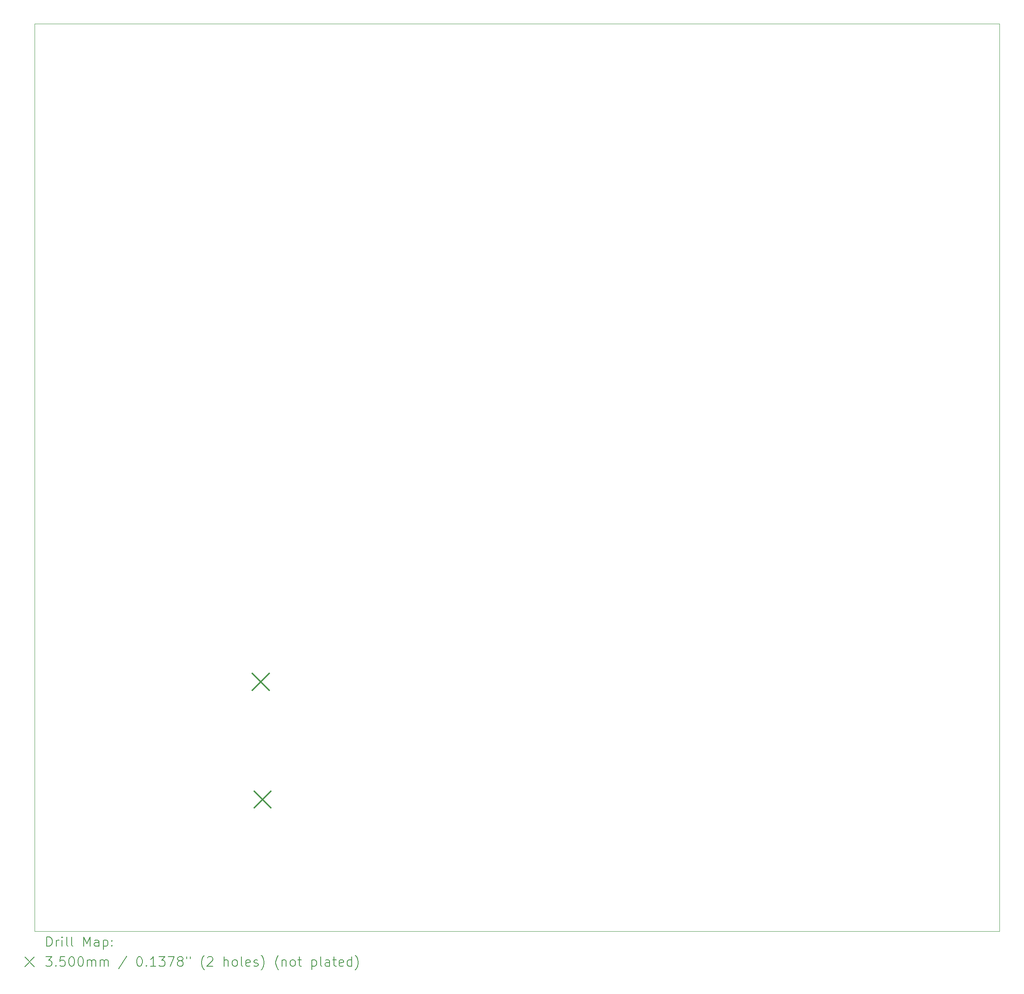
<source format=gbr>
%TF.GenerationSoftware,KiCad,Pcbnew,7.0.10-7.0.10~ubuntu22.04.1*%
%TF.CreationDate,2024-02-02T11:32:49-05:00*%
%TF.ProjectId,sys11c-power-supply,73797331-3163-42d7-906f-7765722d7375,1.0*%
%TF.SameCoordinates,Original*%
%TF.FileFunction,Drillmap*%
%TF.FilePolarity,Positive*%
%FSLAX45Y45*%
G04 Gerber Fmt 4.5, Leading zero omitted, Abs format (unit mm)*
G04 Created by KiCad (PCBNEW 7.0.10-7.0.10~ubuntu22.04.1) date 2024-02-02 11:32:49*
%MOMM*%
%LPD*%
G01*
G04 APERTURE LIST*
%ADD10C,0.100000*%
%ADD11C,0.200000*%
%ADD12C,0.350000*%
G04 APERTURE END LIST*
D10*
X7134860Y-3294380D02*
X27434860Y-3294380D01*
X27434860Y-22394380D01*
X7134860Y-22394380D01*
X7134860Y-3294380D01*
D11*
D12*
X11718500Y-16970000D02*
X12068500Y-17320000D01*
X12068500Y-16970000D02*
X11718500Y-17320000D01*
X11754060Y-19446500D02*
X12104060Y-19796500D01*
X12104060Y-19446500D02*
X11754060Y-19796500D01*
D11*
X7390637Y-22710864D02*
X7390637Y-22510864D01*
X7390637Y-22510864D02*
X7438256Y-22510864D01*
X7438256Y-22510864D02*
X7466827Y-22520388D01*
X7466827Y-22520388D02*
X7485875Y-22539435D01*
X7485875Y-22539435D02*
X7495399Y-22558483D01*
X7495399Y-22558483D02*
X7504922Y-22596578D01*
X7504922Y-22596578D02*
X7504922Y-22625149D01*
X7504922Y-22625149D02*
X7495399Y-22663245D01*
X7495399Y-22663245D02*
X7485875Y-22682292D01*
X7485875Y-22682292D02*
X7466827Y-22701340D01*
X7466827Y-22701340D02*
X7438256Y-22710864D01*
X7438256Y-22710864D02*
X7390637Y-22710864D01*
X7590637Y-22710864D02*
X7590637Y-22577530D01*
X7590637Y-22615626D02*
X7600161Y-22596578D01*
X7600161Y-22596578D02*
X7609684Y-22587054D01*
X7609684Y-22587054D02*
X7628732Y-22577530D01*
X7628732Y-22577530D02*
X7647780Y-22577530D01*
X7714446Y-22710864D02*
X7714446Y-22577530D01*
X7714446Y-22510864D02*
X7704922Y-22520388D01*
X7704922Y-22520388D02*
X7714446Y-22529911D01*
X7714446Y-22529911D02*
X7723970Y-22520388D01*
X7723970Y-22520388D02*
X7714446Y-22510864D01*
X7714446Y-22510864D02*
X7714446Y-22529911D01*
X7838256Y-22710864D02*
X7819208Y-22701340D01*
X7819208Y-22701340D02*
X7809684Y-22682292D01*
X7809684Y-22682292D02*
X7809684Y-22510864D01*
X7943018Y-22710864D02*
X7923970Y-22701340D01*
X7923970Y-22701340D02*
X7914446Y-22682292D01*
X7914446Y-22682292D02*
X7914446Y-22510864D01*
X8171589Y-22710864D02*
X8171589Y-22510864D01*
X8171589Y-22510864D02*
X8238256Y-22653721D01*
X8238256Y-22653721D02*
X8304922Y-22510864D01*
X8304922Y-22510864D02*
X8304922Y-22710864D01*
X8485875Y-22710864D02*
X8485875Y-22606102D01*
X8485875Y-22606102D02*
X8476351Y-22587054D01*
X8476351Y-22587054D02*
X8457304Y-22577530D01*
X8457304Y-22577530D02*
X8419208Y-22577530D01*
X8419208Y-22577530D02*
X8400161Y-22587054D01*
X8485875Y-22701340D02*
X8466827Y-22710864D01*
X8466827Y-22710864D02*
X8419208Y-22710864D01*
X8419208Y-22710864D02*
X8400161Y-22701340D01*
X8400161Y-22701340D02*
X8390637Y-22682292D01*
X8390637Y-22682292D02*
X8390637Y-22663245D01*
X8390637Y-22663245D02*
X8400161Y-22644197D01*
X8400161Y-22644197D02*
X8419208Y-22634673D01*
X8419208Y-22634673D02*
X8466827Y-22634673D01*
X8466827Y-22634673D02*
X8485875Y-22625149D01*
X8581113Y-22577530D02*
X8581113Y-22777530D01*
X8581113Y-22587054D02*
X8600161Y-22577530D01*
X8600161Y-22577530D02*
X8638256Y-22577530D01*
X8638256Y-22577530D02*
X8657304Y-22587054D01*
X8657304Y-22587054D02*
X8666827Y-22596578D01*
X8666827Y-22596578D02*
X8676351Y-22615626D01*
X8676351Y-22615626D02*
X8676351Y-22672768D01*
X8676351Y-22672768D02*
X8666827Y-22691816D01*
X8666827Y-22691816D02*
X8657304Y-22701340D01*
X8657304Y-22701340D02*
X8638256Y-22710864D01*
X8638256Y-22710864D02*
X8600161Y-22710864D01*
X8600161Y-22710864D02*
X8581113Y-22701340D01*
X8762065Y-22691816D02*
X8771589Y-22701340D01*
X8771589Y-22701340D02*
X8762065Y-22710864D01*
X8762065Y-22710864D02*
X8752542Y-22701340D01*
X8752542Y-22701340D02*
X8762065Y-22691816D01*
X8762065Y-22691816D02*
X8762065Y-22710864D01*
X8762065Y-22587054D02*
X8771589Y-22596578D01*
X8771589Y-22596578D02*
X8762065Y-22606102D01*
X8762065Y-22606102D02*
X8752542Y-22596578D01*
X8752542Y-22596578D02*
X8762065Y-22587054D01*
X8762065Y-22587054D02*
X8762065Y-22606102D01*
X6929860Y-22939380D02*
X7129860Y-23139380D01*
X7129860Y-22939380D02*
X6929860Y-23139380D01*
X7371589Y-22930864D02*
X7495399Y-22930864D01*
X7495399Y-22930864D02*
X7428732Y-23007054D01*
X7428732Y-23007054D02*
X7457303Y-23007054D01*
X7457303Y-23007054D02*
X7476351Y-23016578D01*
X7476351Y-23016578D02*
X7485875Y-23026102D01*
X7485875Y-23026102D02*
X7495399Y-23045149D01*
X7495399Y-23045149D02*
X7495399Y-23092768D01*
X7495399Y-23092768D02*
X7485875Y-23111816D01*
X7485875Y-23111816D02*
X7476351Y-23121340D01*
X7476351Y-23121340D02*
X7457303Y-23130864D01*
X7457303Y-23130864D02*
X7400161Y-23130864D01*
X7400161Y-23130864D02*
X7381113Y-23121340D01*
X7381113Y-23121340D02*
X7371589Y-23111816D01*
X7581113Y-23111816D02*
X7590637Y-23121340D01*
X7590637Y-23121340D02*
X7581113Y-23130864D01*
X7581113Y-23130864D02*
X7571589Y-23121340D01*
X7571589Y-23121340D02*
X7581113Y-23111816D01*
X7581113Y-23111816D02*
X7581113Y-23130864D01*
X7771589Y-22930864D02*
X7676351Y-22930864D01*
X7676351Y-22930864D02*
X7666827Y-23026102D01*
X7666827Y-23026102D02*
X7676351Y-23016578D01*
X7676351Y-23016578D02*
X7695399Y-23007054D01*
X7695399Y-23007054D02*
X7743018Y-23007054D01*
X7743018Y-23007054D02*
X7762065Y-23016578D01*
X7762065Y-23016578D02*
X7771589Y-23026102D01*
X7771589Y-23026102D02*
X7781113Y-23045149D01*
X7781113Y-23045149D02*
X7781113Y-23092768D01*
X7781113Y-23092768D02*
X7771589Y-23111816D01*
X7771589Y-23111816D02*
X7762065Y-23121340D01*
X7762065Y-23121340D02*
X7743018Y-23130864D01*
X7743018Y-23130864D02*
X7695399Y-23130864D01*
X7695399Y-23130864D02*
X7676351Y-23121340D01*
X7676351Y-23121340D02*
X7666827Y-23111816D01*
X7904922Y-22930864D02*
X7923970Y-22930864D01*
X7923970Y-22930864D02*
X7943018Y-22940388D01*
X7943018Y-22940388D02*
X7952542Y-22949911D01*
X7952542Y-22949911D02*
X7962065Y-22968959D01*
X7962065Y-22968959D02*
X7971589Y-23007054D01*
X7971589Y-23007054D02*
X7971589Y-23054673D01*
X7971589Y-23054673D02*
X7962065Y-23092768D01*
X7962065Y-23092768D02*
X7952542Y-23111816D01*
X7952542Y-23111816D02*
X7943018Y-23121340D01*
X7943018Y-23121340D02*
X7923970Y-23130864D01*
X7923970Y-23130864D02*
X7904922Y-23130864D01*
X7904922Y-23130864D02*
X7885875Y-23121340D01*
X7885875Y-23121340D02*
X7876351Y-23111816D01*
X7876351Y-23111816D02*
X7866827Y-23092768D01*
X7866827Y-23092768D02*
X7857303Y-23054673D01*
X7857303Y-23054673D02*
X7857303Y-23007054D01*
X7857303Y-23007054D02*
X7866827Y-22968959D01*
X7866827Y-22968959D02*
X7876351Y-22949911D01*
X7876351Y-22949911D02*
X7885875Y-22940388D01*
X7885875Y-22940388D02*
X7904922Y-22930864D01*
X8095399Y-22930864D02*
X8114446Y-22930864D01*
X8114446Y-22930864D02*
X8133494Y-22940388D01*
X8133494Y-22940388D02*
X8143018Y-22949911D01*
X8143018Y-22949911D02*
X8152542Y-22968959D01*
X8152542Y-22968959D02*
X8162065Y-23007054D01*
X8162065Y-23007054D02*
X8162065Y-23054673D01*
X8162065Y-23054673D02*
X8152542Y-23092768D01*
X8152542Y-23092768D02*
X8143018Y-23111816D01*
X8143018Y-23111816D02*
X8133494Y-23121340D01*
X8133494Y-23121340D02*
X8114446Y-23130864D01*
X8114446Y-23130864D02*
X8095399Y-23130864D01*
X8095399Y-23130864D02*
X8076351Y-23121340D01*
X8076351Y-23121340D02*
X8066827Y-23111816D01*
X8066827Y-23111816D02*
X8057303Y-23092768D01*
X8057303Y-23092768D02*
X8047780Y-23054673D01*
X8047780Y-23054673D02*
X8047780Y-23007054D01*
X8047780Y-23007054D02*
X8057303Y-22968959D01*
X8057303Y-22968959D02*
X8066827Y-22949911D01*
X8066827Y-22949911D02*
X8076351Y-22940388D01*
X8076351Y-22940388D02*
X8095399Y-22930864D01*
X8247780Y-23130864D02*
X8247780Y-22997530D01*
X8247780Y-23016578D02*
X8257303Y-23007054D01*
X8257303Y-23007054D02*
X8276351Y-22997530D01*
X8276351Y-22997530D02*
X8304923Y-22997530D01*
X8304923Y-22997530D02*
X8323970Y-23007054D01*
X8323970Y-23007054D02*
X8333494Y-23026102D01*
X8333494Y-23026102D02*
X8333494Y-23130864D01*
X8333494Y-23026102D02*
X8343018Y-23007054D01*
X8343018Y-23007054D02*
X8362065Y-22997530D01*
X8362065Y-22997530D02*
X8390637Y-22997530D01*
X8390637Y-22997530D02*
X8409685Y-23007054D01*
X8409685Y-23007054D02*
X8419208Y-23026102D01*
X8419208Y-23026102D02*
X8419208Y-23130864D01*
X8514446Y-23130864D02*
X8514446Y-22997530D01*
X8514446Y-23016578D02*
X8523970Y-23007054D01*
X8523970Y-23007054D02*
X8543018Y-22997530D01*
X8543018Y-22997530D02*
X8571589Y-22997530D01*
X8571589Y-22997530D02*
X8590637Y-23007054D01*
X8590637Y-23007054D02*
X8600161Y-23026102D01*
X8600161Y-23026102D02*
X8600161Y-23130864D01*
X8600161Y-23026102D02*
X8609685Y-23007054D01*
X8609685Y-23007054D02*
X8628732Y-22997530D01*
X8628732Y-22997530D02*
X8657304Y-22997530D01*
X8657304Y-22997530D02*
X8676351Y-23007054D01*
X8676351Y-23007054D02*
X8685875Y-23026102D01*
X8685875Y-23026102D02*
X8685875Y-23130864D01*
X9076351Y-22921340D02*
X8904923Y-23178483D01*
X9333494Y-22930864D02*
X9352542Y-22930864D01*
X9352542Y-22930864D02*
X9371589Y-22940388D01*
X9371589Y-22940388D02*
X9381113Y-22949911D01*
X9381113Y-22949911D02*
X9390637Y-22968959D01*
X9390637Y-22968959D02*
X9400161Y-23007054D01*
X9400161Y-23007054D02*
X9400161Y-23054673D01*
X9400161Y-23054673D02*
X9390637Y-23092768D01*
X9390637Y-23092768D02*
X9381113Y-23111816D01*
X9381113Y-23111816D02*
X9371589Y-23121340D01*
X9371589Y-23121340D02*
X9352542Y-23130864D01*
X9352542Y-23130864D02*
X9333494Y-23130864D01*
X9333494Y-23130864D02*
X9314447Y-23121340D01*
X9314447Y-23121340D02*
X9304923Y-23111816D01*
X9304923Y-23111816D02*
X9295399Y-23092768D01*
X9295399Y-23092768D02*
X9285875Y-23054673D01*
X9285875Y-23054673D02*
X9285875Y-23007054D01*
X9285875Y-23007054D02*
X9295399Y-22968959D01*
X9295399Y-22968959D02*
X9304923Y-22949911D01*
X9304923Y-22949911D02*
X9314447Y-22940388D01*
X9314447Y-22940388D02*
X9333494Y-22930864D01*
X9485875Y-23111816D02*
X9495399Y-23121340D01*
X9495399Y-23121340D02*
X9485875Y-23130864D01*
X9485875Y-23130864D02*
X9476351Y-23121340D01*
X9476351Y-23121340D02*
X9485875Y-23111816D01*
X9485875Y-23111816D02*
X9485875Y-23130864D01*
X9685875Y-23130864D02*
X9571589Y-23130864D01*
X9628732Y-23130864D02*
X9628732Y-22930864D01*
X9628732Y-22930864D02*
X9609685Y-22959435D01*
X9609685Y-22959435D02*
X9590637Y-22978483D01*
X9590637Y-22978483D02*
X9571589Y-22988007D01*
X9752542Y-22930864D02*
X9876351Y-22930864D01*
X9876351Y-22930864D02*
X9809685Y-23007054D01*
X9809685Y-23007054D02*
X9838256Y-23007054D01*
X9838256Y-23007054D02*
X9857304Y-23016578D01*
X9857304Y-23016578D02*
X9866828Y-23026102D01*
X9866828Y-23026102D02*
X9876351Y-23045149D01*
X9876351Y-23045149D02*
X9876351Y-23092768D01*
X9876351Y-23092768D02*
X9866828Y-23111816D01*
X9866828Y-23111816D02*
X9857304Y-23121340D01*
X9857304Y-23121340D02*
X9838256Y-23130864D01*
X9838256Y-23130864D02*
X9781113Y-23130864D01*
X9781113Y-23130864D02*
X9762066Y-23121340D01*
X9762066Y-23121340D02*
X9752542Y-23111816D01*
X9943018Y-22930864D02*
X10076351Y-22930864D01*
X10076351Y-22930864D02*
X9990637Y-23130864D01*
X10181113Y-23016578D02*
X10162066Y-23007054D01*
X10162066Y-23007054D02*
X10152542Y-22997530D01*
X10152542Y-22997530D02*
X10143018Y-22978483D01*
X10143018Y-22978483D02*
X10143018Y-22968959D01*
X10143018Y-22968959D02*
X10152542Y-22949911D01*
X10152542Y-22949911D02*
X10162066Y-22940388D01*
X10162066Y-22940388D02*
X10181113Y-22930864D01*
X10181113Y-22930864D02*
X10219209Y-22930864D01*
X10219209Y-22930864D02*
X10238256Y-22940388D01*
X10238256Y-22940388D02*
X10247780Y-22949911D01*
X10247780Y-22949911D02*
X10257304Y-22968959D01*
X10257304Y-22968959D02*
X10257304Y-22978483D01*
X10257304Y-22978483D02*
X10247780Y-22997530D01*
X10247780Y-22997530D02*
X10238256Y-23007054D01*
X10238256Y-23007054D02*
X10219209Y-23016578D01*
X10219209Y-23016578D02*
X10181113Y-23016578D01*
X10181113Y-23016578D02*
X10162066Y-23026102D01*
X10162066Y-23026102D02*
X10152542Y-23035626D01*
X10152542Y-23035626D02*
X10143018Y-23054673D01*
X10143018Y-23054673D02*
X10143018Y-23092768D01*
X10143018Y-23092768D02*
X10152542Y-23111816D01*
X10152542Y-23111816D02*
X10162066Y-23121340D01*
X10162066Y-23121340D02*
X10181113Y-23130864D01*
X10181113Y-23130864D02*
X10219209Y-23130864D01*
X10219209Y-23130864D02*
X10238256Y-23121340D01*
X10238256Y-23121340D02*
X10247780Y-23111816D01*
X10247780Y-23111816D02*
X10257304Y-23092768D01*
X10257304Y-23092768D02*
X10257304Y-23054673D01*
X10257304Y-23054673D02*
X10247780Y-23035626D01*
X10247780Y-23035626D02*
X10238256Y-23026102D01*
X10238256Y-23026102D02*
X10219209Y-23016578D01*
X10333494Y-22930864D02*
X10333494Y-22968959D01*
X10409685Y-22930864D02*
X10409685Y-22968959D01*
X10704923Y-23207054D02*
X10695399Y-23197530D01*
X10695399Y-23197530D02*
X10676351Y-23168959D01*
X10676351Y-23168959D02*
X10666828Y-23149911D01*
X10666828Y-23149911D02*
X10657304Y-23121340D01*
X10657304Y-23121340D02*
X10647780Y-23073721D01*
X10647780Y-23073721D02*
X10647780Y-23035626D01*
X10647780Y-23035626D02*
X10657304Y-22988007D01*
X10657304Y-22988007D02*
X10666828Y-22959435D01*
X10666828Y-22959435D02*
X10676351Y-22940388D01*
X10676351Y-22940388D02*
X10695399Y-22911816D01*
X10695399Y-22911816D02*
X10704923Y-22902292D01*
X10771590Y-22949911D02*
X10781113Y-22940388D01*
X10781113Y-22940388D02*
X10800161Y-22930864D01*
X10800161Y-22930864D02*
X10847780Y-22930864D01*
X10847780Y-22930864D02*
X10866828Y-22940388D01*
X10866828Y-22940388D02*
X10876351Y-22949911D01*
X10876351Y-22949911D02*
X10885875Y-22968959D01*
X10885875Y-22968959D02*
X10885875Y-22988007D01*
X10885875Y-22988007D02*
X10876351Y-23016578D01*
X10876351Y-23016578D02*
X10762066Y-23130864D01*
X10762066Y-23130864D02*
X10885875Y-23130864D01*
X11123971Y-23130864D02*
X11123971Y-22930864D01*
X11209685Y-23130864D02*
X11209685Y-23026102D01*
X11209685Y-23026102D02*
X11200161Y-23007054D01*
X11200161Y-23007054D02*
X11181113Y-22997530D01*
X11181113Y-22997530D02*
X11152542Y-22997530D01*
X11152542Y-22997530D02*
X11133494Y-23007054D01*
X11133494Y-23007054D02*
X11123971Y-23016578D01*
X11333494Y-23130864D02*
X11314447Y-23121340D01*
X11314447Y-23121340D02*
X11304923Y-23111816D01*
X11304923Y-23111816D02*
X11295399Y-23092768D01*
X11295399Y-23092768D02*
X11295399Y-23035626D01*
X11295399Y-23035626D02*
X11304923Y-23016578D01*
X11304923Y-23016578D02*
X11314447Y-23007054D01*
X11314447Y-23007054D02*
X11333494Y-22997530D01*
X11333494Y-22997530D02*
X11362066Y-22997530D01*
X11362066Y-22997530D02*
X11381113Y-23007054D01*
X11381113Y-23007054D02*
X11390637Y-23016578D01*
X11390637Y-23016578D02*
X11400161Y-23035626D01*
X11400161Y-23035626D02*
X11400161Y-23092768D01*
X11400161Y-23092768D02*
X11390637Y-23111816D01*
X11390637Y-23111816D02*
X11381113Y-23121340D01*
X11381113Y-23121340D02*
X11362066Y-23130864D01*
X11362066Y-23130864D02*
X11333494Y-23130864D01*
X11514447Y-23130864D02*
X11495399Y-23121340D01*
X11495399Y-23121340D02*
X11485875Y-23102292D01*
X11485875Y-23102292D02*
X11485875Y-22930864D01*
X11666828Y-23121340D02*
X11647780Y-23130864D01*
X11647780Y-23130864D02*
X11609685Y-23130864D01*
X11609685Y-23130864D02*
X11590637Y-23121340D01*
X11590637Y-23121340D02*
X11581113Y-23102292D01*
X11581113Y-23102292D02*
X11581113Y-23026102D01*
X11581113Y-23026102D02*
X11590637Y-23007054D01*
X11590637Y-23007054D02*
X11609685Y-22997530D01*
X11609685Y-22997530D02*
X11647780Y-22997530D01*
X11647780Y-22997530D02*
X11666828Y-23007054D01*
X11666828Y-23007054D02*
X11676351Y-23026102D01*
X11676351Y-23026102D02*
X11676351Y-23045149D01*
X11676351Y-23045149D02*
X11581113Y-23064197D01*
X11752542Y-23121340D02*
X11771590Y-23130864D01*
X11771590Y-23130864D02*
X11809685Y-23130864D01*
X11809685Y-23130864D02*
X11828732Y-23121340D01*
X11828732Y-23121340D02*
X11838256Y-23102292D01*
X11838256Y-23102292D02*
X11838256Y-23092768D01*
X11838256Y-23092768D02*
X11828732Y-23073721D01*
X11828732Y-23073721D02*
X11809685Y-23064197D01*
X11809685Y-23064197D02*
X11781113Y-23064197D01*
X11781113Y-23064197D02*
X11762066Y-23054673D01*
X11762066Y-23054673D02*
X11752542Y-23035626D01*
X11752542Y-23035626D02*
X11752542Y-23026102D01*
X11752542Y-23026102D02*
X11762066Y-23007054D01*
X11762066Y-23007054D02*
X11781113Y-22997530D01*
X11781113Y-22997530D02*
X11809685Y-22997530D01*
X11809685Y-22997530D02*
X11828732Y-23007054D01*
X11904923Y-23207054D02*
X11914447Y-23197530D01*
X11914447Y-23197530D02*
X11933494Y-23168959D01*
X11933494Y-23168959D02*
X11943018Y-23149911D01*
X11943018Y-23149911D02*
X11952542Y-23121340D01*
X11952542Y-23121340D02*
X11962066Y-23073721D01*
X11962066Y-23073721D02*
X11962066Y-23035626D01*
X11962066Y-23035626D02*
X11952542Y-22988007D01*
X11952542Y-22988007D02*
X11943018Y-22959435D01*
X11943018Y-22959435D02*
X11933494Y-22940388D01*
X11933494Y-22940388D02*
X11914447Y-22911816D01*
X11914447Y-22911816D02*
X11904923Y-22902292D01*
X12266828Y-23207054D02*
X12257304Y-23197530D01*
X12257304Y-23197530D02*
X12238256Y-23168959D01*
X12238256Y-23168959D02*
X12228732Y-23149911D01*
X12228732Y-23149911D02*
X12219209Y-23121340D01*
X12219209Y-23121340D02*
X12209685Y-23073721D01*
X12209685Y-23073721D02*
X12209685Y-23035626D01*
X12209685Y-23035626D02*
X12219209Y-22988007D01*
X12219209Y-22988007D02*
X12228732Y-22959435D01*
X12228732Y-22959435D02*
X12238256Y-22940388D01*
X12238256Y-22940388D02*
X12257304Y-22911816D01*
X12257304Y-22911816D02*
X12266828Y-22902292D01*
X12343018Y-22997530D02*
X12343018Y-23130864D01*
X12343018Y-23016578D02*
X12352542Y-23007054D01*
X12352542Y-23007054D02*
X12371590Y-22997530D01*
X12371590Y-22997530D02*
X12400161Y-22997530D01*
X12400161Y-22997530D02*
X12419209Y-23007054D01*
X12419209Y-23007054D02*
X12428732Y-23026102D01*
X12428732Y-23026102D02*
X12428732Y-23130864D01*
X12552542Y-23130864D02*
X12533494Y-23121340D01*
X12533494Y-23121340D02*
X12523971Y-23111816D01*
X12523971Y-23111816D02*
X12514447Y-23092768D01*
X12514447Y-23092768D02*
X12514447Y-23035626D01*
X12514447Y-23035626D02*
X12523971Y-23016578D01*
X12523971Y-23016578D02*
X12533494Y-23007054D01*
X12533494Y-23007054D02*
X12552542Y-22997530D01*
X12552542Y-22997530D02*
X12581113Y-22997530D01*
X12581113Y-22997530D02*
X12600161Y-23007054D01*
X12600161Y-23007054D02*
X12609685Y-23016578D01*
X12609685Y-23016578D02*
X12619209Y-23035626D01*
X12619209Y-23035626D02*
X12619209Y-23092768D01*
X12619209Y-23092768D02*
X12609685Y-23111816D01*
X12609685Y-23111816D02*
X12600161Y-23121340D01*
X12600161Y-23121340D02*
X12581113Y-23130864D01*
X12581113Y-23130864D02*
X12552542Y-23130864D01*
X12676352Y-22997530D02*
X12752542Y-22997530D01*
X12704923Y-22930864D02*
X12704923Y-23102292D01*
X12704923Y-23102292D02*
X12714447Y-23121340D01*
X12714447Y-23121340D02*
X12733494Y-23130864D01*
X12733494Y-23130864D02*
X12752542Y-23130864D01*
X12971590Y-22997530D02*
X12971590Y-23197530D01*
X12971590Y-23007054D02*
X12990637Y-22997530D01*
X12990637Y-22997530D02*
X13028733Y-22997530D01*
X13028733Y-22997530D02*
X13047780Y-23007054D01*
X13047780Y-23007054D02*
X13057304Y-23016578D01*
X13057304Y-23016578D02*
X13066828Y-23035626D01*
X13066828Y-23035626D02*
X13066828Y-23092768D01*
X13066828Y-23092768D02*
X13057304Y-23111816D01*
X13057304Y-23111816D02*
X13047780Y-23121340D01*
X13047780Y-23121340D02*
X13028733Y-23130864D01*
X13028733Y-23130864D02*
X12990637Y-23130864D01*
X12990637Y-23130864D02*
X12971590Y-23121340D01*
X13181113Y-23130864D02*
X13162066Y-23121340D01*
X13162066Y-23121340D02*
X13152542Y-23102292D01*
X13152542Y-23102292D02*
X13152542Y-22930864D01*
X13343018Y-23130864D02*
X13343018Y-23026102D01*
X13343018Y-23026102D02*
X13333494Y-23007054D01*
X13333494Y-23007054D02*
X13314447Y-22997530D01*
X13314447Y-22997530D02*
X13276352Y-22997530D01*
X13276352Y-22997530D02*
X13257304Y-23007054D01*
X13343018Y-23121340D02*
X13323971Y-23130864D01*
X13323971Y-23130864D02*
X13276352Y-23130864D01*
X13276352Y-23130864D02*
X13257304Y-23121340D01*
X13257304Y-23121340D02*
X13247780Y-23102292D01*
X13247780Y-23102292D02*
X13247780Y-23083245D01*
X13247780Y-23083245D02*
X13257304Y-23064197D01*
X13257304Y-23064197D02*
X13276352Y-23054673D01*
X13276352Y-23054673D02*
X13323971Y-23054673D01*
X13323971Y-23054673D02*
X13343018Y-23045149D01*
X13409685Y-22997530D02*
X13485875Y-22997530D01*
X13438256Y-22930864D02*
X13438256Y-23102292D01*
X13438256Y-23102292D02*
X13447780Y-23121340D01*
X13447780Y-23121340D02*
X13466828Y-23130864D01*
X13466828Y-23130864D02*
X13485875Y-23130864D01*
X13628733Y-23121340D02*
X13609685Y-23130864D01*
X13609685Y-23130864D02*
X13571590Y-23130864D01*
X13571590Y-23130864D02*
X13552542Y-23121340D01*
X13552542Y-23121340D02*
X13543018Y-23102292D01*
X13543018Y-23102292D02*
X13543018Y-23026102D01*
X13543018Y-23026102D02*
X13552542Y-23007054D01*
X13552542Y-23007054D02*
X13571590Y-22997530D01*
X13571590Y-22997530D02*
X13609685Y-22997530D01*
X13609685Y-22997530D02*
X13628733Y-23007054D01*
X13628733Y-23007054D02*
X13638256Y-23026102D01*
X13638256Y-23026102D02*
X13638256Y-23045149D01*
X13638256Y-23045149D02*
X13543018Y-23064197D01*
X13809685Y-23130864D02*
X13809685Y-22930864D01*
X13809685Y-23121340D02*
X13790637Y-23130864D01*
X13790637Y-23130864D02*
X13752542Y-23130864D01*
X13752542Y-23130864D02*
X13733494Y-23121340D01*
X13733494Y-23121340D02*
X13723971Y-23111816D01*
X13723971Y-23111816D02*
X13714447Y-23092768D01*
X13714447Y-23092768D02*
X13714447Y-23035626D01*
X13714447Y-23035626D02*
X13723971Y-23016578D01*
X13723971Y-23016578D02*
X13733494Y-23007054D01*
X13733494Y-23007054D02*
X13752542Y-22997530D01*
X13752542Y-22997530D02*
X13790637Y-22997530D01*
X13790637Y-22997530D02*
X13809685Y-23007054D01*
X13885875Y-23207054D02*
X13895399Y-23197530D01*
X13895399Y-23197530D02*
X13914447Y-23168959D01*
X13914447Y-23168959D02*
X13923971Y-23149911D01*
X13923971Y-23149911D02*
X13933494Y-23121340D01*
X13933494Y-23121340D02*
X13943018Y-23073721D01*
X13943018Y-23073721D02*
X13943018Y-23035626D01*
X13943018Y-23035626D02*
X13933494Y-22988007D01*
X13933494Y-22988007D02*
X13923971Y-22959435D01*
X13923971Y-22959435D02*
X13914447Y-22940388D01*
X13914447Y-22940388D02*
X13895399Y-22911816D01*
X13895399Y-22911816D02*
X13885875Y-22902292D01*
M02*

</source>
